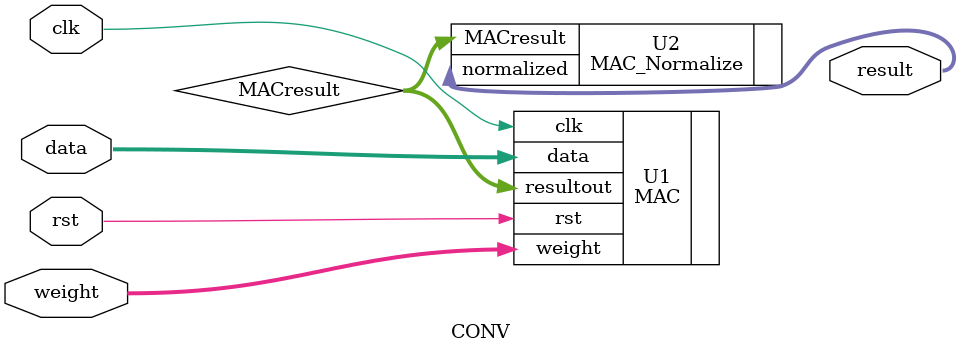
<source format=v>
`timescale 1ns / 1ps

module CONV(
input clk,
input rst,
input [23:0] data,
input [23:0] weight,
output [7:0] result
    );
    
wire [19:0] MACresult;
MAC U1 (.data(data),.clk(clk),.rst(rst),.weight(weight),.resultout(MACresult));
MAC_Normalize U2 (.MACresult(MACresult),.normalized(result));

endmodule

</source>
